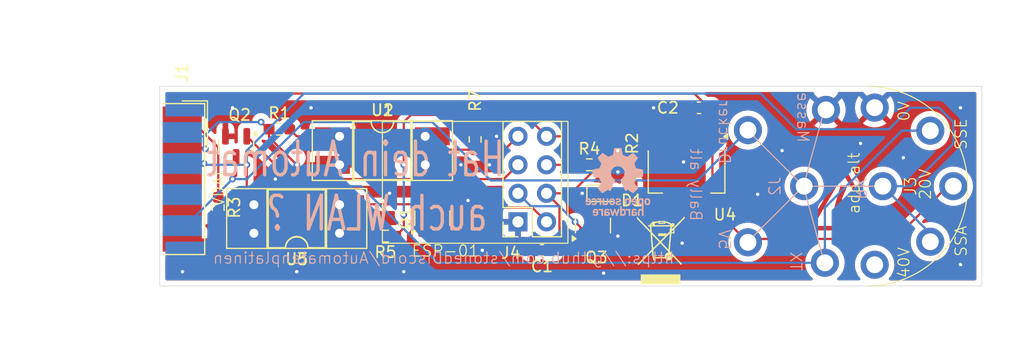
<source format=kicad_pcb>
(kicad_pcb (version 20240108) (generator "pcbnew") (generator_version "8.0")
  (layers (0 "F.Cu" signal) (31 "B.Cu" signal) (34 "B.Paste" user) (35 "F.Paste" user) (36 "B.SilkS" user "B.Silkscreen") (37 "F.SilkS" user "F.Silkscreen") (38 "B.Mask" user) (39 "F.Mask" user) (44 "Edge.Cuts" user))
  (net 0 "")
  (net 1 "+3.3V")
  (net 2 "GND")
  (net 3 "BUSY")
  (net 5 "VPP")
  (net 6 "TX1")
  (net 7 "RX1")
  (net 8 "Net-(R1-Pad2)")
  (net 9 "Net-(R3-Pad2)")
  (net 10 "TX")
  (net 11 "Net-(R5-Pad2)")
  (net 12 "RX")
  (net 13 "Net-(D1-K)")
  (net 14 "Net-(D1-A)")
  (net 15 "Net-(J4-Pin_3)")
  (net 16 "ESP_BUSY")
  (net 17 "Net-(Q1-C)")
  (net 18 "+48V")
  (net 19 "Net-(J4-Pin_6)")
  (footprint "Package_DIP:DIP-4_W8.89mm_SMDSocket_LongPads" (layer "F.Cu") (at 104.775 90.17)
    (property "Reference" "U1" (at 0 -3.6 0) (layer "F.SilkS"))
    (property "Value" "PC817")
    (pad "1" smd rect (at -4.445 -1.27) (size 3.1 1.6) (layers "F.Cu" "F.Paste" "F.Mask") (net 8 "Net-(R1-Pad2)"))
    (pad "2" smd rect (at -4.445 1.27) (size 3.1 1.6) (layers "F.Cu" "F.Paste" "F.Mask") (net 2 "GND"))
    (pad "3" smd rect (at 4.445 1.27) (size 3.1 1.6) (layers "F.Cu" "F.Paste" "F.Mask") (net 2 "GND"))
    (pad "4" smd rect (at 4.445 -1.27) (size 3.1 1.6) (layers "F.Cu" "F.Paste" "F.Mask") (net 12 "RX"))
  )
  (footprint "Resistor_SMD:R_0603_1608Metric_Pad0.98x0.95mm_HandSolder" (layer "F.Cu") (at 95.6075 88.265)
    (property "Reference" "R1" (at 0 -1.43 0) (layer "F.SilkS"))
    (property "Value" "4,7k")
    (pad "1" smd roundrect (at -0.9125 0) (size 0.975 0.95) (layers "F.Cu" "F.Paste" "F.Mask") (net 7 "RX1"))
    (pad "2" smd roundrect (at 0.9125 0) (size 0.975 0.95) (layers "F.Cu" "F.Paste" "F.Mask") (net 8 "Net-(R1-Pad2)"))
  )
  (footprint "Symbol:WEEE-Logo_4.2x6mm_SilkScreen" (layer "F.Cu") (at 129.54 99.06)
    (property "Reference" "REF**" (hide yes))
    (property "Value" "WEEE-Logo_4.2x6mm_SilkScreen" (hide yes))
  )
  (footprint "Package_DIP:DIP-4_W7.62mm" (layer "F.Cu") (at 100.965 88.9)
    (property "Reference" "U2" (at 3.81 -2.33 0) (layer "F.SilkS"))
    (property "Value" "PC817")
    (pad "1" thru_hole rect (at 0 0) (size 1.6 1.6) (drill 0.8) (layers "*.Cu" "*.Mask") (net 8 "Net-(R1-Pad2)"))
    (pad "2" thru_hole oval (at 0 2.54) (size 1.6 1.6) (drill 0.8) (layers "*.Cu" "*.Mask") (net 2 "GND"))
    (pad "3" thru_hole oval (at 7.62 2.54) (size 1.6 1.6) (drill 0.8) (layers "*.Cu" "*.Mask") (net 2 "GND"))
    (pad "4" thru_hole oval (at 7.62 0) (size 1.6 1.6) (drill 0.8) (layers "*.Cu" "*.Mask") (net 12 "RX"))
  )
  (footprint "Package_TO_SOT_SMD:SOT-23" (layer "F.Cu") (at 91.76 89.8375 -90)
    (property "Reference" "Q2" (at -2.8425 -0.315 180) (layer "F.SilkS"))
    (property "Value" "Q_NPN_BEC")
    (pad "1" smd roundrect (at -0.9375 -0.95 270) (size 1.475 0.6) (layers "F.Cu" "F.Paste" "F.Mask") (net 16 "ESP_BUSY"))
    (pad "2" smd roundrect (at -0.9375 0.95 270) (size 1.475 0.6) (layers "F.Cu" "F.Paste" "F.Mask") (net 2 "GND"))
    (pad "3" smd roundrect (at 0.9375 0 270) (size 1.475 0.6) (layers "F.Cu" "F.Paste" "F.Mask") (net 3 "BUSY"))
  )
  (footprint "Capacitor_SMD:C_0603_1608Metric_Pad1.08x0.95mm_HandSolder" (layer "F.Cu") (at 132.9425 86.36 180)
    (property "Reference" "C2" (at 2.7675 0 0) (layer "F.SilkS"))
    (property "Value" "1uF")
    (pad "1" smd roundrect (at -0.8625 0 180) (size 1.075 0.95) (layers "F.Cu" "F.Paste" "F.Mask") (net 5 "VPP"))
    (pad "2" smd roundrect (at 0.8625 0 180) (size 1.075 0.95) (layers "F.Cu" "F.Paste" "F.Mask") (net 2 "GND"))
  )
  (footprint "Package_DIP:DIP-4_W8.89mm_SMDSocket_LongPads" (layer "F.Cu") (at 97.155 96.226 180)
    (property "Reference" "U3" (at 0 -3.6 0) (layer "F.SilkS"))
    (property "Value" "PC817")
    (pad "1" smd rect (at -4.445 -1.27 180) (size 3.1 1.6) (layers "F.Cu" "F.Paste" "F.Mask") (net 11 "Net-(R5-Pad2)"))
    (pad "2" smd rect (at -4.445 1.27 180) (size 3.1 1.6) (layers "F.Cu" "F.Paste" "F.Mask") (net 17 "Net-(Q1-C)"))
    (pad "3" smd rect (at 4.445 1.27 180) (size 3.1 1.6) (layers "F.Cu" "F.Paste" "F.Mask") (net 6 "TX1"))
    (pad "4" smd rect (at 4.445 -1.27 180) (size 3.1 1.6) (layers "F.Cu" "F.Paste" "F.Mask") (net 9 "Net-(R3-Pad2)"))
  )
  (footprint "Resistor_SMD:R_0603_1608Metric_Pad0.98x0.95mm_HandSolder" (layer "F.Cu") (at 123.19 91.44)
    (property "Reference" "R4" (at 0 -1.43 0) (layer "F.SilkS"))
    (property "Value" "10k")
    (pad "1" smd roundrect (at -0.9125 0) (size 0.975 0.95) (layers "F.Cu" "F.Paste" "F.Mask") (net 19 "Net-(J4-Pin_6)"))
    (pad "2" smd roundrect (at 0.9125 0) (size 0.975 0.95) (layers "F.Cu" "F.Paste" "F.Mask") (net 1 "+3.3V"))
  )
  (footprint "Package_TO_SOT_SMD:SOT-23" (layer "F.Cu") (at 123.51 96.8525 90)
    (property "Reference" "Q3" (at -2.8425 0.315 180) (layer "F.SilkS"))
    (property "Value" "Q_NPN_BEC")
    (pad "1" smd roundrect (at -0.9375 -0.95 90) (size 1.475 0.6) (layers "F.Cu" "F.Paste" "F.Mask") (net 15 "Net-(J4-Pin_3)"))
    (pad "2" smd roundrect (at -0.9375 0.95 90) (size 1.475 0.6) (layers "F.Cu" "F.Paste" "F.Mask") (net 2 "GND"))
    (pad "3" smd roundrect (at 0.9375 0 90) (size 1.475 0.6) (layers "F.Cu" "F.Paste" "F.Mask") (net 13 "Net-(D1-K)"))
  )
  (footprint "Resistor_SMD:R_0603_1608Metric_Pad0.98x0.95mm_HandSolder" (layer "F.Cu") (at 105.0525 97.79 180)
    (property "Reference" "R5" (at 0 -1.43 0) (layer "F.SilkS"))
    (property "Value" "330")
    (pad "1" smd roundrect (at -0.9125 0 180) (size 0.975 0.95) (layers "F.Cu" "F.Paste" "F.Mask") (net 1 "+3.3V"))
    (pad "2" smd roundrect (at 0.9125 0 180) (size 0.975 0.95) (layers "F.Cu" "F.Paste" "F.Mask") (net 11 "Net-(R5-Pad2)"))
  )
  (footprint "LED_SMD:LED_0603_1608Metric" (layer "F.Cu") (at 124.46 93.98)
    (property "Reference" "D1" (at 2.54 0.635 0) (layer "F.SilkS"))
    (property "Value" "LED")
    (pad "1" smd roundrect (at -0.7875 0) (size 0.875 0.95) (layers "F.Cu" "F.Paste" "F.Mask") (net 13 "Net-(D1-K)"))
    (pad "2" smd roundrect (at 0.7875 0) (size 0.875 0.95) (layers "F.Cu" "F.Paste" "F.Mask") (net 14 "Net-(D1-A)"))
  )
  (footprint "DIN:DIN45322" (layer "F.Cu") (at 142.300095 93.345 -90)
    (property "Reference" "J2" (at 0 2.600095 90) (layer "B.SilkS") (effects (font (thickness 0.1)) (justify mirror)))
    (property "Value" "Bally/Bergmann")
    (pad "1" thru_hole circle (at -4.999999 4.999999 270) (size 2.5 2.5) (drill 1.5) (layers "*.Cu" "*.Mask") (net 3 "BUSY"))
    (pad "2" thru_hole circle (at -6.798999 -1.942571 270) (size 2.5 2.5) (drill 1.5) (layers "*.Cu" "*.Mask") (net 2 "GND"))
    (pad "3" thru_hole circle (at 0 -7 270) (size 2.5 2.5) (drill 1.5) (layers "*.Cu" "*.Mask") (net 6 "TX1"))
    (pad "4" thru_hole circle (at 6.826148 -1.844905 270) (size 2.5 2.5) (drill 1.5) (layers "*.Cu" "*.Mask") (net 7 "RX1"))
    (pad "5" thru_hole circle (at 4.999999 4.999999 270) (size 2.5 2.5) (drill 1.5) (layers "*.Cu" "*.Mask") (net 5 "VPP"))
    (pad "6" thru_hole circle (at 0 0 270) (size 2.5 2.5) (drill 1.5) (layers "*.Cu" "*.Mask"))
  )
  (footprint "Connector_PinSocket_2.54mm:PinSocket_2x04_P2.54mm_Vertical" (layer "F.Cu") (at 116.84 96.52 180)
    (property "Reference" "J4" (at 0.635 -2.77 0) (layer "F.SilkS"))
    (property "Value" "ESP-01")
    (pad "1" thru_hole rect (at 0 0 180) (size 1.7 1.7) (drill 1) (layers "*.Cu" "*.Mask") (net 2 "GND"))
    (pad "2" thru_hole oval (at -2.54 0 180) (size 1.7 1.7) (drill 1) (layers "*.Cu" "*.Mask") (net 10 "TX"))
    (pad "3" thru_hole oval (at 0 2.54 180) (size 1.7 1.7) (drill 1) (layers "*.Cu" "*.Mask") (net 15 "Net-(J4-Pin_3)"))
    (pad "4" thru_hole oval (at -2.54 2.54 180) (size 1.7 1.7) (drill 1) (layers "*.Cu" "*.Mask") (net 1 "+3.3V"))
    (pad "5" thru_hole oval (at 0 5.08 180) (size 1.7 1.7) (drill 1) (layers "*.Cu" "*.Mask") (net 16 "ESP_BUSY"))
    (pad "6" thru_hole oval (at -2.54 5.08 180) (size 1.7 1.7) (drill 1) (layers "*.Cu" "*.Mask") (net 19 "Net-(J4-Pin_6)"))
    (pad "7" thru_hole oval (at 0 7.62 180) (size 1.7 1.7) (drill 1) (layers "*.Cu" "*.Mask") (net 12 "RX"))
    (pad "8" thru_hole oval (at -2.54 7.62 180) (size 1.7 1.7) (drill 1) (layers "*.Cu" "*.Mask") (net 1 "+3.3V"))
  )
  (footprint "Resistor_SMD:R_0603_1608Metric_Pad0.98x0.95mm_HandSolder" (layer "F.Cu") (at 90.17 95.25 -90)
    (property "Reference" "R3" (at 0 -1.43 90) (layer "F.SilkS"))
    (property "Value" "330")
    (pad "1" smd roundrect (at -0.9125 0 270) (size 0.975 0.95) (layers "F.Cu" "F.Paste" "F.Mask") (net 5 "VPP"))
    (pad "2" smd roundrect (at 0.9125 0 270) (size 0.975 0.95) (layers "F.Cu" "F.Paste" "F.Mask") (net 9 "Net-(R3-Pad2)"))
  )
  (footprint "Package_TO_SOT_SMD:SOT-223-3_TabPin2" (layer "F.Cu") (at 131.84 92.05 -90)
    (property "Reference" "U4" (at 3.835 -3.415 180) (layer "F.SilkS"))
    (property "Value" "SPX2920M3-3.3_SOT223")
    (pad "1" smd roundrect (at -3.15 -2.3 270) (size 2 1.5) (layers "F.Cu" "F.Paste" "F.Mask") (net 5 "VPP"))
    (pad "2" smd roundrect (at -3.15 0 270) (size 2 1.5) (layers "F.Cu" "F.Paste" "F.Mask") (net 2 "GND"))
    (pad "2" smd roundrect (at 3.15 0 270) (size 2 3.8) (layers "F.Cu" "F.Paste" "F.Mask") (net 2 "GND"))
    (pad "3" smd roundrect (at -3.15 2.3 270) (size 2 1.5) (layers "F.Cu" "F.Paste" "F.Mask") (net 1 "+3.3V"))
  )
  (footprint "Symbol:Symbol_HighVoltage_Triangle_6x6mm_Copper" (layer "F.Cu") (at 145.796 94.488)
    (property "Reference" "REF**" (hide yes))
    (property "Value" "Symbol_HighVoltage_Triangle_6x6mm_Copper" (hide yes))
    (fp_line (start -3 2.6) (end 0 -2.6) (stroke (width 0.4)) (layer "F.Cu"))
    (fp_line (start -2.456839 2.564632) (end -2.723161 2.155368) (stroke (width 0.2)) (layer "F.Cu"))
    (fp_line (start -0.28 0.03) (end -0.08 0.21) (stroke (width 0.2)) (layer "F.Cu"))
    (fp_line (start -0.26 1.36) (end 0.21 1.46) (stroke (width 0.1016)) (layer "F.Cu"))
    (fp_line (start -0.135 0.295) (end 0.115 0.465) (stroke (width 0.2)) (layer "F.Cu"))
    (fp_line (start -0.125 -2.14) (end 0.125 -2.14) (stroke (width 0.2)) (layer "F.Cu"))
    (fp_line (start 0 -2.6) (end 3 2.6) (stroke (width 0.4)) (layer "F.Cu"))
    (fp_line (start 2.466839 2.564632) (end 2.733161 2.155368) (stroke (width 0.2)) (layer "F.Cu"))
    (fp_line (start 3 2.6) (end -3 2.6) (stroke (width 0.4)) (layer "F.Cu"))
    (fp_poly (pts (xy -0.321167 0.284) (xy 0.5255 -0.171083) (xy 0.04925 1.564583) (xy 0.292667 1.416417) (xy -0.14125 2.062) (xy -0.3 1.3) (xy -0.130667 1.532834) (xy 0.070417 0.273417) (xy -0.7445 0.707334) (xy -0.215334 -1.165916) (xy 0.30325 -1.165916)) (stroke (width 0.1)) (fill solid) (layer "F.Cu"))
  )
  (footprint "Package_TO_SOT_SMD:SOT-23" (layer "F.Cu") (at 109.22 96.1875 90)
    (property "Reference" "Q1" (at 0 -2.4 90) (layer "F.SilkS"))
    (property "Value" "Q_NPN_BEC")
    (pad "1" smd roundrect (at -0.9375 -0.95 90) (size 1.475 0.6) (layers "F.Cu" "F.Paste" "F.Mask") (net 10 "TX"))
    (pad "2" smd roundrect (at -0.9375 0.95 90) (size 1.475 0.6) (layers "F.Cu" "F.Paste" "F.Mask") (net 2 "GND"))
    (pad "3" smd roundrect (at 0.9375 0 90) (size 1.475 0.6) (layers "F.Cu" "F.Paste" "F.Mask") (net 17 "Net-(Q1-C)"))
  )
  (footprint "Resistor_SMD:R_0603_1608Metric_Pad0.98x0.95mm_HandSolder" (layer "F.Cu") (at 113.03 89.1775 -90)
    (property "Reference" "R7" (at -3.4525 0 90) (layer "F.SilkS"))
    (property "Value" "330")
    (pad "1" smd roundrect (at -0.9125 0 270) (size 0.975 0.95) (layers "F.Cu" "F.Paste" "F.Mask") (net 1 "+3.3V"))
    (pad "2" smd roundrect (at 0.9125 0 270) (size 0.975 0.95) (layers "F.Cu" "F.Paste" "F.Mask") (net 12 "RX"))
  )
  (footprint "Resistor_SMD:R_0603_1608Metric_Pad0.98x0.95mm_HandSolder" (layer "F.Cu") (at 127 92.3525 90)
    (property "Reference" "R2" (at 2.8175 0 90) (layer "F.SilkS"))
    (property "Value" "68")
    (pad "1" smd roundrect (at -0.9125 0 90) (size 0.975 0.95) (layers "F.Cu" "F.Paste" "F.Mask") (net 14 "Net-(D1-A)"))
    (pad "2" smd roundrect (at 0.9125 0 90) (size 0.975 0.95) (layers "F.Cu" "F.Paste" "F.Mask") (net 1 "+3.3V"))
  )
  (footprint "Package_DIP:DIP-4_W7.62mm" (layer "F.Cu") (at 100.965 97.536 180)
    (property "Reference" "U5" (at 3.81 -2.33 360) (layer "F.SilkS"))
    (property "Value" "PC817")
    (pad "1" thru_hole rect (at 0 0 180) (size 1.6 1.6) (drill 0.8) (layers "*.Cu" "*.Mask") (net 11 "Net-(R5-Pad2)"))
    (pad "2" thru_hole oval (at 0 2.54 180) (size 1.6 1.6) (drill 0.8) (layers "*.Cu" "*.Mask") (net 17 "Net-(Q1-C)"))
    (pad "3" thru_hole oval (at 7.62 2.54 180) (size 1.6 1.6) (drill 0.8) (layers "*.Cu" "*.Mask") (net 6 "TX1"))
    (pad "4" thru_hole oval (at 7.62 0 180) (size 1.6 1.6) (drill 0.8) (layers "*.Cu" "*.Mask") (net 9 "Net-(R3-Pad2)"))
  )
  (footprint "Capacitor_SMD:C_0603_1608Metric_Pad1.08x0.95mm_HandSolder" (layer "F.Cu") (at 118.9725 99.06 180)
    (property "Reference" "C1" (at 0 -1.43 0) (layer "F.SilkS"))
    (property "Value" "1uF")
    (pad "1" smd roundrect (at -0.8625 0 180) (size 1.075 0.95) (layers "F.Cu" "F.Paste" "F.Mask") (net 1 "+3.3V"))
    (pad "2" smd roundrect (at 0.8625 0 180) (size 1.075 0.95) (layers "F.Cu" "F.Paste" "F.Mask") (net 2 "GND"))
  )
  (footprint "Connector_Dsub:DSUB-9_Male_EdgeMount_P2.77mm" (layer "F.Cu") (at 86.9675 92.71 -90)
    (property "Reference" "J1" (at -9.463333 0 90) (layer "F.SilkS"))
    (property "Value" "VDAI")
    (pad "1" smd rect (at -5.54 0 270) (size 1.846667 3.48) (layers "F.Cu" "F.Paste" "F.Mask") (net 5 "VPP"))
    (pad "2" smd rect (at -2.77 0 270) (size 1.846667 3.48) (layers "F.Cu" "F.Paste" "F.Mask") (net 7 "RX1"))
    (pad "3" smd rect (at 0 0 270) (size 1.846667 3.48) (layers "F.Cu" "F.Paste" "F.Mask") (net 6 "TX1"))
    (pad "4" smd rect (at 2.77 0 270) (size 1.846667 3.48) (layers "F.Cu" "F.Paste" "F.Mask") (net 18 "+48V"))
    (pad "5" smd rect (at 5.54 0 270) (size 1.846667 3.48) (layers "F.Cu" "F.Paste" "F.Mask") (net 2 "GND"))
    (pad "6" smd rect (at -4.155 0 270) (size 1.846667 3.48) (layers "B.Cu" "B.Paste" "B.Mask") (net 7 "RX1"))
    (pad "7" smd rect (at -1.385 0 270) (size 1.846667 3.48) (layers "B.Cu" "B.Paste" "B.Mask") (net 6 "TX1"))
    (pad "8" smd rect (at 1.385 0 270) (size 1.846667 3.48) (layers "B.Cu" "B.Paste" "B.Mask"))
    (pad "9" smd rect (at 4.155 0 270) (size 1.846667 3.48) (layers "B.Cu" "B.Paste" "B.Mask") (net 3 "BUSY"))
  )
  (footprint "Symbol:OSHW-Logo_5.7x6mm_SilkScreen" (layer "B.Cu") (at 125.73 92.964 180)
    (property "Reference" "REF**" (hide yes))
    (property "Value" "OSHW-Logo_5.7x6mm_SilkScreen" (hide yes))
  )
  (footprint "DIN:DIN41524" (layer "B.Cu") (at 148.575 93.345 90)
    (property "Reference" "J3" (at 0 3.19 90) (layer "F.SilkS") (effects (font (thickness 0.1))))
    (property "Value" "ADP alt")
    (pad "1" thru_hole circle (at -7 0 90) (size 2.5 2.5) (drill 1.5) (layers "*.Cu" "*.Mask") (net 18 "+48V"))
    (pad "2" thru_hole circle (at 0 7 90) (size 2.5 2.5) (drill 1.5) (layers "*.Cu" "*.Mask") (net 5 "VPP"))
    (pad "3" thru_hole circle (at 7 0 90) (size 2.5 2.5) (drill 1.5) (layers "*.Cu" "*.Mask") (net 2 "GND"))
    (pad "4" thru_hole circle (at -4.949747 4.949747 90) (size 2.5 2.5) (drill 1.5) (layers "*.Cu" "*.Mask") (net 6 "TX1"))
    (pad "5" thru_hole circle (at 4.949747 4.949747 90) (size 2.5 2.5) (drill 1.5) (layers "*.Cu" "*.Mask") (net 7 "RX1"))
  )
  (gr_line (start 142.24 93.345) (end 144.145 86.36) (stroke (width 0.1)) (layer "B.SilkS"))
  (gr_line (start 142.24 93.345) (end 144.145 100.33) (stroke (width 0.1)) (layer "B.SilkS"))
  (gr_line (start 142.24 93.345) (end 149.225 93.345) (stroke (width 0.1)) (layer "B.SilkS"))
  (gr_line (start 142.24 93.345) (end 137.16 98.425) (stroke (width 0.1)) (layer "B.SilkS"))
  (gr_line (start 142.24 93.345) (end 137.16 88.265) (stroke (width 0.1)) (layer "B.SilkS"))
  (gr_rect (start 104.775 87.57) (end 121.285 98.425) (stroke (width 0.1)) (fill none) (layer "F.SilkS"))
  (gr_arc (start 147.955 84.455) (mid 156.845 93.345) (end 147.955 102.235) (stroke (width 0.1)) (layer "F.SilkS"))
  (gr_rect (start 84.963 84.455) (end 158.115 102.235) (stroke (width 0.05)) (fill none) (layer "Edge.Cuts"))
  (gr_text "Drucker" (at 134.62 91.44 -90) (layer "B.SilkS") (effects (font (size 1 1) (thickness 0.1)) (justify left bottom mirror)))
  (gr_text "Hat dein Automat\n auch WLAN ?" (at 115.824 97.536 0) (layer "B.SilkS") (effects (font (size 3 2) (thickness 0.3)) (justify left bottom mirror)))
  (gr_text "https://github.com/stonedDiscord/Automatenplatinen" (at 130.81 100.33 0) (layer "B.SilkS") (effects (font (size 1 1) (thickness 0.1)) (justify left bottom mirror)))
  (gr_text "Bally alt" (at 132.08 96.52 -90) (layer "B.SilkS") (effects (font (size 1 1) (thickness 0.1)) (justify left bottom mirror)))
  (gr_text "Masse" (at 141.605 89.535 -90) (layer "B.SilkS") (effects (font (size 1 1) (thickness 0.1)) (justify left bottom mirror)))
  (gr_text "5V" (at 134.62 99.06 -90) (layer "B.SilkS") (effects (font (size 1 1) (thickness 0.1)) (justify left bottom mirror)))
  (gr_text "TX" (at 140.97 100.965 -90) (layer "B.SilkS") (effects (font (size 1 1) (thickness 0.1)) (justify left bottom mirror)))
  (gr_text "RX" (at 146.685 94.615 -90) (layer "B.SilkS") (effects (font (size 1 1) (thickness 0.1)) (justify left bottom mirror)))
  (gr_text "ESP-01" (at 107.315 99.695 0) (layer "F.SilkS") (effects (font (size 1 1) (thickness 0.1)) (justify left bottom)))
  (gr_text "SSE" (at 156.845 90.17 90) (layer "F.SilkS") (effects (font (size 1 1) (thickness 0.1)) (justify left bottom)))
  (gr_text "adp alt" (at 147.32 95.885 90) (layer "F.SilkS") (effects (font (size 1 1) (thickness 0.1)) (justify left bottom)))
  (gr_text "20V" (at 153.67 94.615 90) (layer "F.SilkS") (effects (font (size 1 1) (thickness 0.1)) (justify left bottom)))
  (gr_text "VDAI" (at 90.805 95.25 90) (layer "F.SilkS") (effects (font (size 1 1) (thickness 0.1)) (justify left bottom)))
  (gr_text "SSA" (at 156.845 99.695 90) (layer "F.SilkS") (effects (font (size 1 1) (thickness 0.1)) (justify left bottom)))
  (gr_text "40V" (at 151.765 101.6 90) (layer "F.SilkS") (effects (font (size 1 1) (thickness 0.1)) (justify left bottom)))
  (gr_text "0V" (at 151.765 87.63 90) (layer "F.SilkS") (effects (font (size 1 1) (thickness 0.1)) (justify left bottom)))
  (segment (start 105.965 97.79) (end 106.68 97.075) (width 0.2) (layer "F.Cu") (net 1))
  (segment (start 127.635 86.995) (end 129.54 88.9) (width 0.2) (layer "F.Cu") (net 1))
  (segment (start 124.1025 91.44) (end 121.5625 88.9) (width 0.2) (layer "F.Cu") (net 1))
  (segment (start 117.475 86.995) (end 114.3 86.995) (width 0.2) (layer "F.Cu") (net 1))
  (segment (start 118.11 87.63) (end 117.475 86.995) (width 0.2) (layer "F.Cu") (net 1))
  (segment (start 111.76 86.995) (end 107.315 86.995) (width 0.2) (layer "F.Cu") (net 1))
  (segment (start 129.54 88.9) (end 127 91.44) (width 0.2) (layer "F.Cu") (net 1))
  (segment (start 121.5625 88.9) (end 119.38 88.9) (width 0.2) (layer "F.Cu") (net 1))
  (segment (start 127 91.44) (end 124.1025 91.44) (width 0.2) (layer "F.Cu") (net 1))
  (segment (start 111.76 86.995) (end 113.03 88.265) (width 0.2) (layer "F.Cu") (net 1))
  (segment (start 106.679988 87.630012) (end 106.679988 91.440012) (width 0.2) (layer "F.Cu") (net 1))
  (segment (start 114.3 86.995) (end 113.03 88.265) (width 0.2) (layer "F.Cu") (net 1))
  (segment (start 120.53 95.13) (end 119.38 93.98) (width 0.2) (layer "F.Cu") (net 1))
  (segment (start 118.11 87.63) (end 118.745 86.995) (width 0.2) (layer "F.Cu") (net 1))
  (segment (start 106.68 97.075) (end 106.68 95.885) (width 0.2) (layer "F.Cu") (net 1))
  (segment (start 107.315 86.995) (end 106.679988 87.630012) (width 0.2) (layer "F.Cu") (net 1))
  (segment (start 119.38 88.9) (end 118.11 87.63) (width 0.2) (layer "F.Cu") (net 1))
  (segment (start 118.745 86.995) (end 111.76 86.995) (width 0.2) (layer "F.Cu") (net 1))
  (segment (start 120.53 98.365) (end 120.53 95.13) (width 0.2) (layer "F.Cu") (net 1))
  (segment (start 121.5625 93.98) (end 124.1025 91.44) (width 0.2) (layer "F.Cu") (net 1))
  (segment (start 118.745 86.995) (end 127.635 86.995) (width 0.2) (layer "F.Cu") (net 1))
  (segment (start 119.835 99.06) (end 120.53 98.365) (width 0.2) (layer "F.Cu") (net 1))
  (segment (start 119.38 93.98) (end 121.5625 93.98) (width 0.2) (layer "F.Cu") (net 1))
  (via (at 106.679988 91.440012) (size 0.6) (drill 0.3) (layers "F.Cu" "B.Cu") (net 1))
  (via (at 106.68 95.885) (size 0.6) (drill 0.3) (layers "F.Cu" "B.Cu") (net 1))
  (segment (start 106.68 91.440024) (end 106.68 95.885) (width 0.2) (layer "B.Cu") (net 1))
  (segment (start 106.679988 91.440012) (end 106.68 91.440024) (width 0.2) (layer "B.Cu") (net 1))
  (segment (start 125.73 97.79) (end 129.25 97.79) (width 0.2) (layer "F.Cu") (net 2))
  (segment (start 129.25 97.79) (end 131.84 95.2) (width 0.2) (layer "F.Cu") (net 2))
  (segment (start 116.84 97.79) (end 118.11 99.06) (width 0.2) (layer "F.Cu") (net 2))
  (segment (start 116.84 96.52) (end 116.84 97.79) (width 0.2) (layer "F.Cu") (net 2))
  (segment (start 124.46 97.79) (end 125.73 97.79) (width 0.2) (layer "F.Cu") (net 2))
  (via (at 125.73 90.17) (size 0.6) (drill 0.3) (layers "F.Cu" "B.Cu") (net 2))
  (via (at 156.21 100.33) (size 0.6) (drill 0.3) (layers "F.Cu" "B.Cu") (net 2))
  (via (at 112.395 94.615) (size 0.6) (drill 0.3) (layers "F.Cu" "B.Cu") (net 2))
  (via (at 113.665 99.06) (size 0.6) (drill 0.3) (layers "F.Cu" "B.Cu") (net 2))
  (via (at 151.13 90.805) (size 0.6) (drill 0.3) (layers "F.Cu" "B.Cu") (net 2))
  (via (at 105.41 93.98) (size 0.6) (drill 0.3) (layers "F.Cu" "B.Cu") (net 2))
  (via (at 156.21 86.36) (size 0.6) (drill 0.3) (layers "F.Cu" "B.Cu") (net 2))
  (via (at 138.17 94.07) (size 0.6) (drill 0.3) (layers "F.Cu" "B.Cu") (net 2))
  (via (at 122.555 93.98) (size 0.6) (drill 0.3) (layers "F.Cu" "B.Cu") (net 2))
  (via (at 114.935 88.9) (size 0.6) (drill 0.3) (layers "F.Cu" "B.Cu") (net 2))
  (via (at 128.905 86.36) (size 0.6) (drill 0.3) (layers "F.Cu" "B.Cu") (net 2))
  (via (at 140.335 90.17) (size 0.6) (drill 0.3) (layers "F.Cu" "B.Cu") (net 2))
  (via (at 97.155 100.965) (size 0.6) (drill 0.3) (layers "F.Cu" "B.Cu") (net 2))
  (via (at 111.76 91.44) (size 0.6) (drill 0.3) (layers "F.Cu" "B.Cu") (net 2))
  (via (at 95.25 92.71) (size 0.6) (drill 0.3) (layers "F.Cu" "B.Cu") (net 2))
  (via (at 147.32 89.535) (size 0.6) (drill 0.3) (layers "F.Cu" "B.Cu") (net 2))
  (via (at 86.995 100.965) (size 0.6) (drill 0.3) (layers "F.Cu" "B.Cu") (net 2))
  (via (at 125.73 92.075) (size 0.6) (drill 0.3) (layers "F.Cu" "B.Cu") (net 2))
  (via (at 106.68 100.965) (size 0.6) (drill 0.3) (layers "F.Cu" "B.Cu") (net 2))
  (via (at 124.46 101.092) (size 0.6) (drill 0.3) (layers "F.Cu" "B.Cu") (net 2))
  (via (at 125.73 97.79) (size 0.6) (drill 0.3) (layers "F.Cu" "B.Cu") (net 2))
  (via (at 131.572 91.186) (size 0.6) (drill 0.3) (layers "F.Cu" "B.Cu") (net 2))
  (via (at 98.425 86.36) (size 0.6) (drill 0.3) (layers "F.Cu" "B.Cu") (net 2))
  (via (at 114.3 91.44) (size 0.6) (drill 0.3) (layers "F.Cu" "B.Cu") (net 2))
  (via (at 131.445 98.425) (size 0.6) (drill 0.3) (layers "F.Cu" "B.Cu") (net 2))
  (via (at 91.44 86.36) (size 0.6) (drill 0.3) (layers "F.Cu" "B.Cu") (net 2))
  (segment (start 91.76 90.775) (end 91.76 92.39) (width 0.2) (layer "F.Cu") (net 3))
  (segment (start 91.76 92.39) (end 91.44 92.71) (width 0.2) (layer "F.Cu") (net 3))
  (via (at 91.44 92.71) (size 0.6) (drill 0.3) (layers "F.Cu" "B.Cu") (net 3))
  (segment (start 92.71 92.71) (end 97.79 87.63) (width 0.2) (layer "B.Cu") (net 3))
  (segment (start 109.22 87.63) (end 114.42 92.83) (width 0.2) (layer "B.Cu") (net 3))
  (segment (start 114.42 92.83) (end 132.815097 92.83) (width 0.2) (layer "B.Cu") (net 3))
  (segment (start 91.44 92.71) (end 92.71 92.71) (width 0.2) (layer "B.Cu") (net 3))
  (segment (start 97.79 87.63) (end 109.22 87.63) (width 0.2) (layer "B.Cu") (net 3))
  (segment (start 87.285 96.865) (end 86.9675 96.865) (width 0.2) (layer "B.Cu") (net 3))
  (segment (start 132.815097 92.83) (end 137.300096 88.345001) (width 0.2) (layer "B.Cu") (net 3))
  (segment (start 91.44 92.71) (end 87.285 96.865) (width 0.2) (layer "B.Cu") (net 3))
  (segment (start 90.17 94.3375) (end 90.17 89.879167) (width 0.2) (layer "F.Cu") (net 5))
  (segment (start 155.067 93.345) (end 155.575 93.345) (width 0.2) (layer "F.Cu") (net 5))
  (segment (start 132.535 85.09) (end 133.805 86.36) (width 0.2) (layer "F.Cu") (net 5))
  (segment (start 134.14 88.9) (end 134.14 95.184903) (width 0.2) (layer "F.Cu") (net 5))
  (segment (start 89.0475 85.09) (end 132.535 85.09) (width 0.2) (layer "F.Cu") (net 5))
  (segment (start 150.368 98.044) (end 155.067 93.345) (width 0.2) (layer "F.Cu") (net 5))
  (segment (start 134.14 86.695) (end 133.805 86.36) (width 0.2) (layer "F.Cu") (net 5))
  (segment (start 134.14 95.184903) (end 137.300096 98.344999) (width 0.2) (layer "F.Cu") (net 5))
  (segment (start 86.9675 87.17) (end 89.0475 85.09) (width 0.2) (layer "F.Cu") (net 5))
  (segment (start 90.17 89.879167) (end 87.460833 87.17) (width 0.2) (layer "F.Cu") (net 5))
  (segment (start 137.300096 98.344999) (end 137.601095 98.044) (width 0.2) (layer "F.Cu") (net 5))
  (segment (start 137.601095 98.044) (end 150.368 98.044) (width 0.2) (layer "F.Cu") (net 5))
  (segment (start 87.460833 87.17) (end 86.9675 87.17) (width 0.2) (layer "F.Cu") (net 5))
  (segment (start 134.14 88.9) (end 134.14 86.695) (width 0.2) (layer "F.Cu") (net 5))
  (segment (start 92.71 94.956) (end 92.71 91.44) (width 0.2) (layer "F.Cu") (net 6))
  (segment (start 86.9675 92.71) (end 87.515 92.71) (width 0.2) (layer "F.Cu") (net 6))
  (segment (start 87.515 92.71) (end 88.9 91.325) (width 0.2) (layer "F.Cu") (net 6))
  (via (at 92.71 91.44) (size 0.6) (drill 0.3) (layers "F.Cu" "B.Cu") (net 6))
  (via (at 88.9 91.325) (size 0.6) (drill 0.3) (layers "F.Cu" "B.Cu") (net 6))
  (segment (start 149.300095 93.345) (end 151.765 93.345) (width 0.2) (layer "B.Cu") (net 6))
  (segment (start 149.86 88.265) (end 141.605 88.265) (width 0.2) (layer "B.Cu") (net 6))
  (segment (start 97.791683 85.088317) (end 92.71 90.17) (width 0.2) (layer "B.Cu") (net 6))
  (segment (start 151.765 86.36) (end 149.86 88.265) (width 0.2) (layer "B.Cu") (net 6))
  (segment (start 153.524747 97.569652) (end 149.300095 93.345) (width 0.2) (layer "B.Cu") (net 6))
  (segment (start 88.9 91.325) (end 89.015 91.44) (width 0.2) (layer "B.Cu") (net 6))
  (segment (start 141.605 88.265) (end 138.428317 85.088317) (width 0.2) (layer "B.Cu") (net 6))
  (segment (start 92.71 90.17) (end 92.71 91.44) (width 0.2) (layer "B.Cu") (net 6))
  (segment (start 153.524747 98.294747) (end 153.524747 97.569652) (width 0.2) (layer "B.Cu") (net 6))
  (segment (start 155.575 87.624237) (end 154.310763 86.36) (width 0.2) (layer "B.Cu") (net 6))
  (segment (start 155.575 89.535) (end 155.575 87.624237) (width 0.2) (layer "B.Cu") (net 6))
  (segment (start 86.9675 91.325) (end 88.9 91.325) (width 0.2) (layer "B.Cu") (net 6))
  (segment (start 154.310763 86.36) (end 151.765 86.36) (width 0.2) (layer "B.Cu") (net 6))
  (segment (start 89.015 91.44) (end 92.71 91.44) (width 0.2) (layer "B.Cu") (net 6))
  (segment (start 138.428317 85.088317) (end 97.791683 85.088317) (width 0.2) (layer "B.Cu") (net 6))
  (segment (start 151.765 93.345) (end 155.575 89.535) (width 0.2) (layer "B.Cu") (net 6))
  (segment (start 94.695 88.265) (end 94.615 88.265) (width 0.2) (layer "F.Cu") (net 7))
  (segment (start 94.695 88.265) (end 94.695 88.98) (width 0.2) (layer "F.Cu") (net 7))
  (segment (start 94.695 88.98) (end 97.155 91.44) (width 0.2) (layer "F.Cu") (net 7))
  (segment (start 86.9675 89.94) (end 88.949946 89.94) (width 0.2) (layer "F.Cu") (net 7))
  (segment (start 94.615 88.265) (end 93.98 87.63) (width 0.2) (layer "F.Cu") (net 7))
  (segment (start 86.9675 89.94) (end 88.391948 89.94) (width 0.2) (layer "F.Cu") (net 7))
  (segment (start 97.155 91.44) (end 97.155 91.440016) (width 0.2) (layer "F.Cu") (net 7))
  (segment (start 88.949946 89.94) (end 89.027048 90.017102) (width 0.2) (layer "F.Cu") (net 7))
  (via (at 97.155 91.440016) (size 0.6) (drill 0.3) (layers "F.Cu" "B.Cu") (net 7))
  (via (at 93.98 87.63) (size 0.6) (drill 0.3) (layers "F.Cu" "B.Cu") (net 7))
  (via (at 89.027048 90.017102) (size 0.6) (drill 0.3) (layers "F.Cu" "B.Cu") (net 7))
  (segment (start 150.999747 88.395253) (end 144.145 95.25) (width 0.2) (layer "B.Cu") (net 7))
  (segment (start 87.3125 88.9) (end 86.9675 88.555) (width 0.2) (layer "B.Cu") (net 7))
  (segment (start 90.17 87.63) (end 93.98 87.63) (width 0.2) (layer "B.Cu") (net 7))
  (segment (start 109.696148 100.171148) (end 102.870008 93.345008) (width 0.2) (layer "B.Cu") (net 7))
  (segment (start 144.145 95.25) (end 144.145 100.171148) (width 0.2) (layer "B.Cu") (net 7))
  (segment (start 102.870008 93.345008) (end 99.059992 93.345008) (width 0.2) (layer "B.Cu") (net 7))
  (segment (start 88.9 88.9) (end 87.3125 88.9) (width 0.2) (layer "B.Cu") (net 7))
  (segment (start 99.059992 93.345008) (end 97.155 91.440016) (width 0.2) (layer "B.Cu") (net 7))
  (segment (start 88.9 89.890054) (end 88.9 88.9) (width 0.2) (layer "B.Cu") (net 7))
  (segment (start 89.027048 90.017102) (end 88.9 89.890054) (width 0.2) (layer "B.Cu") (net 7))
  (segment (start 88.9 88.9) (end 90.17 87.63) (width 0.2) (layer "B.Cu") (net 7))
  (segment (start 153.524747 88.395253) (end 150.999747 88.395253) (width 0.2) (layer "B.Cu") (net 7))
  (segment (start 144.145 100.171148) (end 109.696148 100.171148) (width 0.2) (layer "B.Cu") (net 7))
  (segment (start 100.33 88.9) (end 97.155 88.9) (width 0.2) (layer "F.Cu") (net 8))
  (segment (start 97.155 88.9) (end 96.52 88.265) (width 0.2) (layer "F.Cu") (net 8))
  (segment (start 90.17 96.1625) (end 91.5035 97.496) (width 0.2) (layer "F.Cu") (net 9))
  (segment (start 91.5035 97.496) (end 92.71 97.496) (width 0.2) (layer "F.Cu") (net 9))
  (segment (start 115.57 95.25) (end 112.6575 98.1625) (width 0.2) (layer "F.Cu") (net 10))
  (segment (start 119.38 96.52) (end 118.11 95.25) (width 0.2) (layer "F.Cu") (net 10))
  (segment (start 109.3075 98.1625) (end 108.27 97.125) (width 0.2) (layer "F.Cu") (net 10))
  (segment (start 112.6575 98.1625) (end 109.3075 98.1625) (width 0.2) (layer "F.Cu") (net 10))
  (segment (start 118.11 95.25) (end 115.57 95.25) (width 0.2) (layer "F.Cu") (net 10))
  (segment (start 104.14 97.79) (end 101.894 97.79) (width 0.2) (layer "F.Cu") (net 11))
  (segment (start 101.894 97.79) (end 101.6 97.496) (width 0.2) (layer "F.Cu") (net 11))
  (segment (start 115.65 90.09) (end 116.84 88.9) (width 0.2) (layer "F.Cu") (net 12))
  (segment (start 113.03 90.09) (end 110.41 90.09) (width 0.2) (layer "F.Cu") (net 12))
  (segment (start 113.03 90.09) (end 115.65 90.09) (width 0.2) (layer "F.Cu") (net 12))
  (segment (start 110.41 90.09) (end 109.22 88.9) (width 0.2) (layer "F.Cu") (net 12))
  (segment (start 109.22 88.9) (end 108.81 88.9) (width 0.2) (layer "F.Cu") (net 12))
  (segment (start 123.51 94.1425) (end 123.6725 93.98) (width 0.2) (layer "F.Cu") (net 13))
  (segment (start 123.51 95.915) (end 123.51 94.1425) (width 0.2) (layer "F.Cu") (net 13))
  (segment (start 125.2475 93.98) (end 126.285 93.98) (width 0.2) (layer "F.Cu") (net 14))
  (segment (start 126.285 93.98) (end 127 93.265) (width 0.2) (layer "F.Cu") (net 14))
  (segment (start 122.56 97.16) (end 121.92 96.52) (width 0.2) (layer "F.Cu") (net 15))
  (segment (start 122.56 97.79) (end 122.56 97.16) (width 0.2) (layer "F.Cu") (net 15))
  (via (at 121.92 96.52) (size 0.6) (drill 0.3) (layers "F.Cu" "B.Cu") (net 15))
  (segment (start 116.84 93.98) (end 117.99 95.13) (width 0.2) (layer "B.Cu") (net 15))
  (segment (start 120.53 95.13) (end 121.92 96.52) (width 0.2) (layer "B.Cu") (net 15))
  (segment (start 117.99 95.13) (end 120.53 95.13) (width 0.2) (layer "B.Cu") (net 15))
  (segment (start 115.57 92.71) (end 96.52 92.71) (width 0.2) (layer "F.Cu") (net 16))
  (segment (start 116.84 91.44) (end 115.57 92.71) (width 0.2) (layer "F.Cu") (net 16))
  (segment (start 96.52 92.71) (end 92.71 88.9) (width 0.2) (layer "F.Cu") (net 16))
  (segment (start 108.926 94.956) (end 101.6 94.956) (width 0.2) (layer "F.Cu") (net 17))
  (segment (start 109.22 95.25) (end 108.926 94.956) (width 0.2) (layer "F.Cu") (net 17))
  (segment (start 86.9675 95.48) (end 88.67 95.48) (width 0.2) (layer "F.Cu") (net 18))
  (segment (start 119.38 91.44) (end 122.2775 91.44) (width 0.2) (layer "F.Cu") (net 19))
  (zone (net 2) (net_name "GND") (layers "F&B.Cu") (connect_pads (clearance 0.5)) (min_thickness 0.25) (fill yes (thermal_gap 0.5) (thermal_bridge_width 0.5))
    (polygon (pts (xy 84.963 84.455) (xy 158.115 84.455) (xy 158.115 102.235) (xy 84.963 102.235)))
  )
)
</source>
